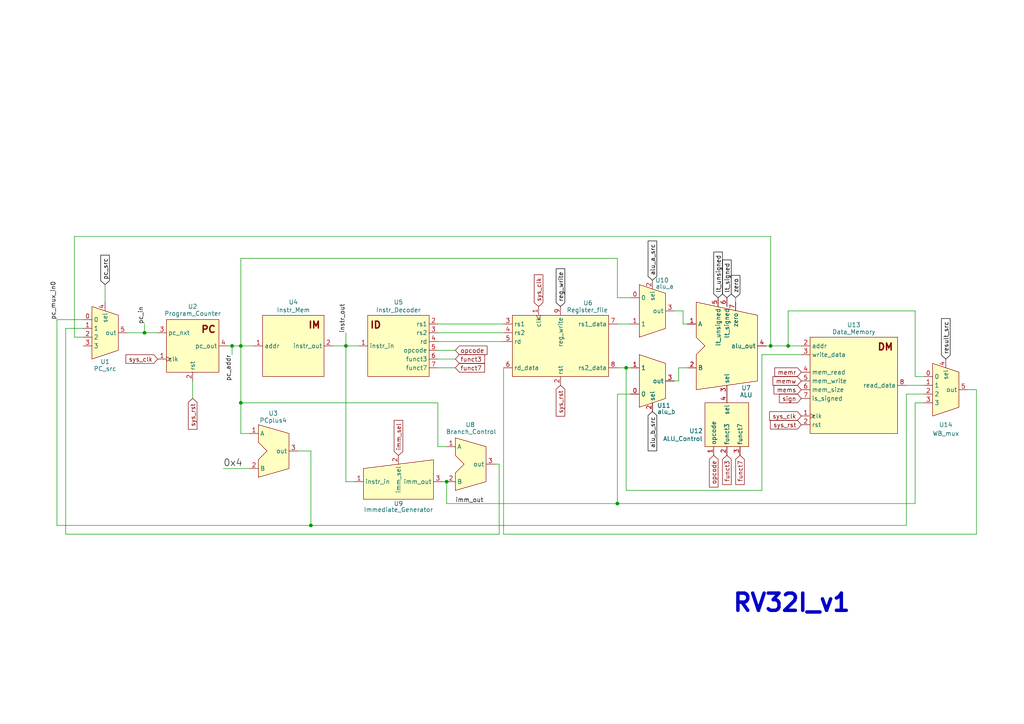
<source format=kicad_sch>
(kicad_sch (version 20250114) (generator "eeschema") (generator_version "9.0")
  (paper "A4")
  (lib_symbols
    (symbol "DIGITAL_BLOCKS:ALU_3f"
      (property "Reference" "U" (at 0 22.098 0))
      (symbol "ALU_3f_0_1"
        (polyline (pts (xy -8.89 6.35) (xy -8.89 12.7) (xy 8.89 8.89) (xy 8.89 -10.16) (xy -8.89 -12.7) (xy -8.89 -6.35) (xy -8.89 -2.54) (xy -6.35 0) (xy -8.89 2.54) (xy -8.89 6.35)) (fill (type color) (color 255 255 194 1)))
      )
      (symbol "ALU_3f_1_1"
        (pin input line (at -11.43 6.35 0) (length 2.54) (name "A") (number "1"))
        (pin input line (at -11.43 -6.35 0) (length 2.54) (name "B") (number "2"))
        (pin output line (at -2.54 13.97 270) (length 2.54) (name "lt_unsigned") (number "5"))
        (pin output line (at 0 13.97 270) (length 2.54) (name "lt_signed") (number "6"))
        (pin input line (at 0 -13.97 90) (length 2.54) (name "sel") (number "3"))
        (pin output line (at 2.54 12.7 270) (length 2.54) (name "zero") (number "7"))
        (pin output line (at 11.43 0 180) (length 2.54) (name "alu_out") (number "4"))
      )
    )
    (symbol "DIGITAL_BLOCKS:Adder"
      (property "Reference" "U" (at 0 9.398 0))
      (symbol "Adder_0_1"
        (polyline (pts (xy -5.08 2.54) (xy -5.08 7.62) (xy 3.81 5.08) (xy 3.81 -5.08) (xy -5.08 -7.62) (xy -5.08 -2.54) (xy -2.54 0) (xy -5.08 2.54)) (fill (type color) (color 255 255 194 1)))
      )
      (symbol "Adder_1_1"
        (pin input line (at -7.62 5.08 0) (length 2.54) (name "A") (number "1"))
        (pin input line (at -7.62 -5.08 0) (length 2.54) (name "B") (number "2"))
        (pin output line (at 6.35 0 180) (length 2.54) (name "out") (number "3"))
      )
    )
    (symbol "DIGITAL_BLOCKS:Instruction_Decoder"
      (property "Reference" "U" (at 0 10.668 0))
      (symbol "Instruction_Decoder_0_1"
        (rectangle (start -8.89 8.89) (end 8.89 -8.89) (fill (type color) (color 255 255 194 1)))
      )
      (symbol "Instruction_Decoder_1_1"
        (text "ID" (at -6.604 6.096 0) (effects (font (size 2 2) (thickness 0.4) (bold yes))))
        (pin input line (at -11.43 0 0) (length 2.54) (name "instr_in") (number "1"))
        (pin output line (at 11.43 6.35 180) (length 2.54) (name "rs1") (number "2"))
        (pin output line (at 11.43 3.81 180) (length 2.54) (name "rs2") (number "3"))
        (pin output line (at 11.43 1.27 180) (length 2.54) (name "rd") (number "4"))
        (pin output line (at 11.43 -1.27 180) (length 2.54) (name "opcode") (number "5"))
        (pin output line (at 11.43 -3.81 180) (length 2.54) (name "funct3") (number "6"))
        (pin output line (at 11.43 -6.35 180) (length 2.54) (name "funct7") (number "7"))
      )
    )
    (symbol "DIGITAL_BLOCKS:Instruction_Memory"
      (property "Reference" "U" (at 0 10.668 0))
      (symbol "Instruction_Memory_0_1"
        (rectangle (start -8.89 8.89) (end 8.89 -8.89) (fill (type color) (color 255 255 194 1)))
      )
      (symbol "Instruction_Memory_1_1"
        (text "IM" (at 6.096 6.096 0) (effects (font (size 2 2) (thickness 0.4) (bold yes))))
        (pin input line (at -11.43 0 0) (length 2.54) (name "addr") (number "1"))
        (pin output line (at 11.43 0 180) (length 2.54) (name "instr_out") (number "2"))
      )
    )
    (symbol "DIGITAL_BLOCKS:Mux21"
      (property "Reference" "U" (at -3.048 8.382 0))
      (symbol "Mux21_0_1"
        (polyline (pts (xy -3.81 -7.62) (xy -3.81 7.62) (xy 3.81 5.08) (xy 3.81 -5.08) (xy -3.81 -7.62)) (fill (type color) (color 255 255 194 1)))
      )
      (symbol "Mux21_1_1"
        (pin input line (at -6.35 3.81 0) (length 2.54) (name "0") (number "0"))
        (pin input line (at -6.35 -3.81 0) (length 2.54) (name "1") (number "1"))
        (pin input line (at 0 8.89 270) (length 2.54) (name "sel") (number "2"))
        (pin output line (at 6.35 0 180) (length 2.54) (name "out") (number "3"))
      )
    )
    (symbol "DIGITAL_BLOCKS:Mux41"
      (property "Reference" "U" (at 0 8.382 0))
      (symbol "Mux41_0_1"
        (polyline (pts (xy -3.81 -7.62) (xy -3.81 7.62) (xy 3.81 5.08) (xy 3.81 -5.08) (xy -3.81 -7.62)) (fill (type color) (color 255 255 194 1)))
      )
      (symbol "Mux41_1_1"
        (pin input line (at -6.35 3.81 0) (length 2.54) (name "0") (number "0"))
        (pin input line (at -6.35 1.27 0) (length 2.54) (name "1") (number "1"))
        (pin input line (at -6.35 -1.27 0) (length 2.54) (name "2") (number "2"))
        (pin input line (at -6.35 -3.81 0) (length 2.54) (name "3") (number "3"))
        (pin input line (at 0 8.89 270) (length 2.54) (name "sel") (number "4"))
        (pin output line (at 6.35 0 180) (length 2.54) (name "out") (number "5"))
      )
    )
    (symbol "DIGITAL_BLOCKS:Program_Counter"
      (property "Reference" "U" (at 0 9.652 0))
      (symbol "Program_Counter_0_1"
        (rectangle (start -7.62 7.62) (end 7.62 -7.62) (fill (type background)))
      )
      (symbol "Program_Counter_1_1"
        (text "PC" (at 4.572 4.826 0) (effects (font (size 2 2) (thickness 0.4) (bold yes))))
        (pin input line (at -10.16 3.81 0) (length 2.54) (name "pc_nxt") (number "3"))
        (pin input clock (at -10.16 -3.81 0) (length 2.54) (name "clk") (number "1"))
        (pin input line (at 0 -10.16 90) (length 2.54) (name "rst") (number "2"))
        (pin output line (at 10.16 0 180) (length 2.54) (name "pc_out") (number "4"))
      )
    )
    (symbol "DIGITAL_BLOCKS:Register_File"
      (property "Reference" "U" (at 10.922 10.668 0))
      (symbol "Register_File_0_1"
        (rectangle (start -13.97 8.89) (end 13.97 -8.89) (fill (type color) (color 255 255 194 1)))
      )
      (symbol "Register_File_1_1"
        (pin input line (at -16.51 6.35 0) (length 2.54) (name "rs1") (number "3"))
        (pin input line (at -16.51 3.81 0) (length 2.54) (name "rs2") (number "4"))
        (pin input line (at -16.51 1.27 0) (length 2.54) (name "rd") (number "5"))
        (pin input line (at -16.51 -6.35 0) (length 2.54) (name "rd_data") (number "6"))
        (pin input clock (at -6.35 11.43 270) (length 2.54) (name "clk") (number "1"))
        (pin input line (at 0 11.43 270) (length 2.54) (name "reg_write") (number "9"))
        (pin input line (at 0 -11.43 90) (length 2.54) (name "rst") (number "2"))
        (pin output line (at 16.51 6.35 180) (length 2.54) (name "rs1_data") (number "7"))
        (pin output line (at 16.51 -6.35 180) (length 2.54) (name "rs2_data") (number "8"))
      )
    )
    (symbol "DIGITAL_BLOCKS:alu_control"
      (property "Reference" "U" (at -5.842 7.874 0))
      (symbol "alu_control_0_1"
        (rectangle (start -6.35 6.35) (end 6.35 -6.35) (fill (type color) (color 255 255 194 1)))
      )
      (symbol "alu_control_1_1"
        (pin input line (at -3.81 -8.89 90) (length 2.54) (name "opcode") (number "1"))
        (pin output line (at 0 8.89 270) (length 2.54) (name "sel") (number "4"))
        (pin input line (at 0 -8.89 90) (length 2.54) (name "funct3") (number "2"))
        (pin input line (at 3.81 -8.89 90) (length 2.54) (name "funct7") (number "3"))
      )
    )
    (symbol "Data_Memory_1"
      (property "Reference" "U" (at 0 16.002 0))
      (symbol "Data_Memory_1_0_1"
        (rectangle (start -12.7 13.97) (end 12.7 -13.97) (fill (type color) (color 255 255 194 1)))
      )
      (symbol "Data_Memory_1_1_1"
        (text "DM" (at 9.144 11.176 0) (effects (font (size 2 2) (thickness 0.4) (bold yes))))
        (pin input line (at -15.24 11.43 0) (length 2.54) (name "addr") (number "2"))
        (pin input line (at -15.24 8.89 0) (length 2.54) (name "write_data") (number "3"))
        (pin input line (at -15.24 3.81 0) (length 2.54) (name "mem_read") (number "4"))
        (pin input line (at -15.24 1.27 0) (length 2.54) (name "mem_write") (number "5"))
        (pin input line (at -15.24 -1.27 0) (length 2.54) (name "mem_size") (number "6"))
        (pin input line (at -15.24 -3.81 0) (length 2.54) (name "is_signed") (number "7"))
        (pin input clock (at -15.24 -8.89 0) (length 2.54) (name "clk") (number "1"))
        (pin input line (at -15.24 -11.43 0) (length 2.54) (name "rst") (number "2"))
        (pin output line (at 15.24 0 180) (length 2.54) (name "read_data") (number "8"))
      )
    )
    (symbol "Immediate_Generator_1"
      (property "Reference" "U" (at -7.874 -6.604 0))
      (symbol "Immediate_Generator_1_0_1"
        (polyline (pts (xy -10.16 -5.08) (xy -10.16 3.81) (xy 10.16 6.35) (xy 10.16 -5.08) (xy -10.16 -5.08)) (fill (type color) (color 255 255 194 1)))
      )
      (symbol "Immediate_Generator_1_1_1"
        (pin input line (at -12.7 0 0) (length 2.54) (name "instr_in") (number "1"))
        (pin input line (at 0 7.62 270) (length 2.54) (name "imm_sel") (number "2"))
        (pin output line (at 12.7 0 180) (length 2.54) (name "imm_out") (number "3"))
      )
    )
  )
  (text "RV32I_v1" (at 229.616 175.006 0) (effects (font (size 5 5) (thickness 1) (bold yes))))
  (junction (at 179.07 146.05))
  (junction (at 129.54 139.7))
  (junction (at 90.17 152.4))
  (junction (at 41.91 96.52))
  (junction (at 228.6 100.33))
  (junction (at 67.31 100.33))
  (junction (at 69.85 100.33))
  (junction (at 69.85 116.84))
  (junction (at 181.61 106.68))
  (junction (at 100.33 100.33))
  (junction (at 223.52 100.33))
  (wire (pts (xy 127 93.98) (xy 146.05 93.98)))
  (wire (pts (xy 90.17 152.4) (xy 16.51 152.4)))
  (wire (pts (xy 69.85 100.33) (xy 69.85 74.93)))
  (wire (pts (xy 179.07 146.05) (xy 265.43 146.05)))
  (wire (pts (xy 146.05 154.94) (xy 146.05 106.68)))
  (wire (pts (xy 36.83 96.52) (xy 41.91 96.52)))
  (wire (pts (xy 86.36 130.81) (xy 90.17 130.81)))
  (wire (pts (xy 143.51 134.62) (xy 144.78 134.62)))
  (wire (pts (xy 127 129.54) (xy 127 116.84)))
  (wire (pts (xy 179.07 114.3) (xy 182.88 114.3)))
  (wire (pts (xy 144.78 134.62) (xy 144.78 154.94)))
  (wire (pts (xy 129.54 139.7) (xy 129.54 146.05)))
  (wire (pts (xy 179.07 74.93) (xy 179.07 86.36)))
  (wire (pts (xy 127 106.68) (xy 132.08 106.68)))
  (wire (pts (xy 16.51 92.71) (xy 24.13 92.71)))
  (wire (pts (xy 228.6 100.33) (xy 232.41 100.33)))
  (wire (pts (xy 69.85 74.93) (xy 179.07 74.93)))
  (wire (pts (xy 181.61 142.24) (xy 220.98 142.24)))
  (wire (pts (xy 195.58 110.49) (xy 196.85 110.49)))
  (wire (pts (xy 67.31 100.33) (xy 69.85 100.33)))
  (wire (pts (xy 283.21 113.03) (xy 283.21 154.94)))
  (wire (pts (xy 179.07 146.05) (xy 179.07 114.3)))
  (wire (pts (xy 198.12 90.17) (xy 198.12 93.98)))
  (wire (pts (xy 213.36 86.36) (xy 213.36 87.63)))
  (wire (pts (xy 69.85 116.84) (xy 69.85 125.73)))
  (wire (pts (xy 100.33 96.52) (xy 100.33 100.33)))
  (wire (pts (xy 228.6 90.17) (xy 265.43 90.17)))
  (wire (pts (xy 280.67 113.03) (xy 283.21 113.03)))
  (wire (pts (xy 195.58 90.17) (xy 198.12 90.17)))
  (wire (pts (xy 179.07 106.68) (xy 181.61 106.68)))
  (wire (pts (xy 262.89 111.76) (xy 267.97 111.76)))
  (wire (pts (xy 102.87 139.7) (xy 100.33 139.7)))
  (wire (pts (xy 100.33 139.7) (xy 100.33 100.33)))
  (wire (pts (xy 127 116.84) (xy 69.85 116.84)))
  (wire (pts (xy 69.85 125.73) (xy 72.39 125.73)))
  (wire (pts (xy 21.59 68.58) (xy 21.59 97.79)))
  (wire (pts (xy 262.89 152.4) (xy 262.89 114.3)))
  (wire (pts (xy 181.61 106.68) (xy 181.61 142.24)))
  (wire (pts (xy 90.17 130.81) (xy 90.17 152.4)))
  (wire (pts (xy 196.85 106.68) (xy 199.39 106.68)))
  (wire (pts (xy 196.85 110.49) (xy 196.85 106.68)))
  (wire (pts (xy 144.78 154.94) (xy 19.05 154.94)))
  (wire (pts (xy 262.89 114.3) (xy 267.97 114.3)))
  (wire (pts (xy 41.91 93.98) (xy 41.91 96.52)))
  (wire (pts (xy 127 129.54) (xy 129.54 129.54)))
  (wire (pts (xy 127 99.06) (xy 146.05 99.06)))
  (wire (pts (xy 19.05 95.25) (xy 19.05 154.94)))
  (wire (pts (xy 223.52 68.58) (xy 21.59 68.58)))
  (wire (pts (xy 228.6 100.33) (xy 228.6 90.17)))
  (wire (pts (xy 19.05 95.25) (xy 24.13 95.25)))
  (wire (pts (xy 16.51 152.4) (xy 16.51 92.71)))
  (wire (pts (xy 265.43 90.17) (xy 265.43 109.22)))
  (wire (pts (xy 67.31 100.33) (xy 67.31 102.87)))
  (wire (pts (xy 265.43 109.22) (xy 267.97 109.22)))
  (wire (pts (xy 90.17 152.4) (xy 262.89 152.4)))
  (wire (pts (xy 127 101.6) (xy 132.08 101.6)))
  (wire (pts (xy 64.77 135.89) (xy 72.39 135.89)))
  (wire (pts (xy 222.25 100.33) (xy 223.52 100.33)))
  (wire (pts (xy 220.98 102.87) (xy 232.41 102.87)))
  (wire (pts (xy 265.43 116.84) (xy 267.97 116.84)))
  (wire (pts (xy 220.98 142.24) (xy 220.98 102.87)))
  (wire (pts (xy 127 104.14) (xy 132.08 104.14)))
  (wire (pts (xy 129.54 139.7) (xy 128.27 139.7)))
  (wire (pts (xy 69.85 100.33) (xy 73.66 100.33)))
  (wire (pts (xy 181.61 106.68) (xy 182.88 106.68)))
  (wire (pts (xy 283.21 154.94) (xy 146.05 154.94)))
  (wire (pts (xy 223.52 100.33) (xy 228.6 100.33)))
  (wire (pts (xy 96.52 100.33) (xy 100.33 100.33)))
  (wire (pts (xy 223.52 100.33) (xy 223.52 68.58)))
  (wire (pts (xy 21.59 97.79) (xy 24.13 97.79)))
  (wire (pts (xy 55.88 115.57) (xy 55.88 110.49)))
  (wire (pts (xy 179.07 93.98) (xy 182.88 93.98)))
  (wire (pts (xy 179.07 86.36) (xy 182.88 86.36)))
  (wire (pts (xy 100.33 100.33) (xy 104.14 100.33)))
  (wire (pts (xy 41.91 96.52) (xy 45.72 96.52)))
  (wire (pts (xy 30.48 82.55) (xy 30.48 87.63)))
  (wire (pts (xy 69.85 100.33) (xy 69.85 116.84)))
  (wire (pts (xy 129.54 146.05) (xy 179.07 146.05)))
  (wire (pts (xy 127 96.52) (xy 146.05 96.52)))
  (wire (pts (xy 198.12 93.98) (xy 199.39 93.98)))
  (wire (pts (xy 265.43 146.05) (xy 265.43 116.84)))
  (wire (pts (xy 66.04 100.33) (xy 67.31 100.33)))
  (label "imm_out" (at 132.08 146.05 0))
  (label "pc_mux_in0" (at 16.51 92.71 90))
  (label "pc_addr" (at 67.31 102.87 270))
  (label "instr_out" (at 100.33 96.52 90))
  (label "0x4" (at 64.77 135.89 0) (effects (font (size 2 2))))
  (label "pc_in" (at 41.91 93.98 90))
  (global_label "opcode" (shape input) (at 132.08 101.6 0) (property "Intersheetrefs" "${INTERSHEET_REFS}" (effects (hide yes))))
  (global_label "result_src" (shape input) (at 274.32 104.14 90) (property "Intersheetrefs" "${INTERSHEET_REFS}" (effects (hide yes))))
  (global_label "sys_clk" (shape input) (at 156.21 88.9 90) (property "Intersheetrefs" "${INTERSHEET_REFS}" (effects (hide yes))))
  (global_label "lt_signed" (shape input) (at 210.82 86.36 90) (property "Intersheetrefs" "${INTERSHEET_REFS}" (effects (hide yes))))
  (global_label "sign" (shape input) (at 232.41 115.57 180) (property "Intersheetrefs" "${INTERSHEET_REFS}" (effects (hide yes))))
  (global_label "funct3" (shape input) (at 132.08 104.14 0) (property "Intersheetrefs" "${INTERSHEET_REFS}" (effects (hide yes))))
  (global_label "mems" (shape input) (at 232.41 113.03 180) (property "Intersheetrefs" "${INTERSHEET_REFS}" (effects (hide yes))))
  (global_label "reg_write" (shape input) (at 162.56 88.9 90) (property "Intersheetrefs" "${INTERSHEET_REFS}" (effects (hide yes))))
  (global_label "memw" (shape input) (at 232.41 110.49 180) (property "Intersheetrefs" "${INTERSHEET_REFS}" (effects (hide yes))))
  (global_label "funct7" (shape input) (at 214.63 132.08 270) (property "Intersheetrefs" "${INTERSHEET_REFS}" (effects (hide yes))))
  (global_label "memr" (shape input) (at 232.41 107.95 180) (property "Intersheetrefs" "${INTERSHEET_REFS}" (effects (hide yes))))
  (global_label "zero" (shape input) (at 213.36 86.36 90) (property "Intersheetrefs" "${INTERSHEET_REFS}" (effects (hide yes))))
  (global_label "alu_a_src" (shape input) (at 189.23 81.28 90) (property "Intersheetrefs" "${INTERSHEET_REFS}" (effects (hide yes))))
  (global_label "sys_rst" (shape input) (at 162.56 111.76 270) (property "Intersheetrefs" "${INTERSHEET_REFS}" (effects (hide yes))))
  (global_label "sys_clk" (shape input) (at 232.41 120.65 180) (property "Intersheetrefs" "${INTERSHEET_REFS}" (effects (hide yes))))
  (global_label "opcode" (shape input) (at 207.01 132.08 270) (property "Intersheetrefs" "${INTERSHEET_REFS}" (effects (hide yes))))
  (global_label "pc_src" (shape input) (at 30.48 82.55 90) (property "Intersheetrefs" "${INTERSHEET_REFS}" (effects (hide yes))))
  (global_label "alu_b_src" (shape input) (at 189.23 119.38 270) (property "Intersheetrefs" "${INTERSHEET_REFS}" (effects (hide yes))))
  (global_label "sys_rst" (shape input) (at 55.88 115.57 270) (property "Intersheetrefs" "${INTERSHEET_REFS}" (effects (hide yes))))
  (global_label "sys_clk" (shape input) (at 45.72 104.14 180) (property "Intersheetrefs" "${INTERSHEET_REFS}" (effects (hide yes))))
  (global_label "sys_rst" (shape input) (at 232.41 123.19 180) (property "Intersheetrefs" "${INTERSHEET_REFS}" (effects (hide yes))))
  (global_label "lt_unsigned" (shape input) (at 208.28 86.36 90) (property "Intersheetrefs" "${INTERSHEET_REFS}" (effects (hide yes))))
  (global_label "funct3" (shape input) (at 210.82 132.08 270) (property "Intersheetrefs" "${INTERSHEET_REFS}" (effects (hide yes))))
  (global_label "funct7" (shape input) (at 132.08 106.68 0) (property "Intersheetrefs" "${INTERSHEET_REFS}" (effects (hide yes))))
  (global_label "imm_sel" (shape input) (at 115.57 132.08 90) (property "Intersheetrefs" "${INTERSHEET_REFS}" (effects (hide yes))))
  (symbol (lib_id "DIGITAL_BLOCKS:ALU_3f") (at 210.82 100.33 0) (unit 1)
    (property "Reference" "U7" (at 216.408 112.522 0))
    (property "Value" "ALU" (at 216.408 114.554 0))
  )
  (symbol (lib_id "DIGITAL_BLOCKS:Mux21") (at 189.23 110.49 0) (mirror x) (unit 1)
    (property "Reference" "U11" (at 192.532 117.602 0))
    (property "Value" "alu_b" (at 193.294 119.38 0))
  )
  (symbol (lib_id "DIGITAL_BLOCKS:Instruction_Memory") (at 85.09 100.33 0) (unit 1)
    (property "Reference" "U4" (at 85.09 87.63 0))
    (property "Value" "Instr_Mem" (at 85.09 89.916 0))
  )
  (symbol (lib_id "DIGITAL_BLOCKS:Mux21") (at 189.23 90.17 0) (unit 1)
    (property "Reference" "U10" (at 192.024 81.28 0))
    (property "Value" "alu_a" (at 192.786 83.058 0))
  )
  (symbol (lib_name "Data_Memory_1") (lib_id "DIGITAL_BLOCKS:Data_Memory") (at 247.65 111.76 0) (unit 1)
    (property "Reference" "U13" (at 247.65 94.234 0))
    (property "Value" "Data_Memory" (at 247.65 96.266 0))
  )
  (symbol (lib_id "DIGITAL_BLOCKS:Adder") (at 80.01 130.81 0) (unit 1)
    (property "Reference" "U3" (at 79.248 119.888 0))
    (property "Value" "PCplus4" (at 79.248 121.92 0))
  )
  (symbol (lib_id "DIGITAL_BLOCKS:Adder") (at 137.16 134.62 0) (unit 1)
    (property "Reference" "U8" (at 136.398 123.19 0))
    (property "Value" "Branch_Control" (at 136.652 125.222 0))
  )
  (symbol (lib_id "DIGITAL_BLOCKS:Mux41") (at 274.32 113.03 0) (unit 1)
    (property "Reference" "U14" (at 274.32 123.19 0))
    (property "Value" "WB_mux" (at 274.32 125.73 0))
  )
  (symbol (lib_id "DIGITAL_BLOCKS:Program_Counter") (at 55.88 100.33 0) (unit 1)
    (property "Reference" "U2" (at 55.88 88.9 0))
    (property "Value" "Program_Counter" (at 55.88 90.932 0))
  )
  (symbol (lib_id "DIGITAL_BLOCKS:Instruction_Decoder") (at 115.57 100.33 0) (unit 1)
    (property "Reference" "U5" (at 115.57 87.63 0))
    (property "Value" "Instr_Decoder" (at 115.57 89.916 0))
  )
  (symbol (lib_name "Immediate_Generator_1") (lib_id "DIGITAL_BLOCKS:Immediate_Generator") (at 115.57 139.7 0) (unit 1)
    (property "Reference" "U9" (at 115.57 146.05 0))
    (property "Value" "Immediate_Generator" (at 115.57 147.828 0))
  )
  (symbol (lib_id "DIGITAL_BLOCKS:Mux41") (at 30.48 96.52 0) (unit 1)
    (property "Reference" "U1" (at 30.48 104.902 0))
    (property "Value" "PC_src" (at 30.48 106.934 0))
  )
  (symbol (lib_id "DIGITAL_BLOCKS:Register_File") (at 162.56 100.33 0) (unit 1)
    (property "Reference" "U6" (at 169.164 87.884 0) (effects (justify left)))
    (property "Value" "Register_file" (at 164.338 89.916 0) (effects (justify left)))
  )
  (symbol (lib_id "DIGITAL_BLOCKS:alu_control") (at 210.82 123.19 0) (unit 1)
    (property "Reference" "U12" (at 199.898 124.968 0) (effects (justify left)))
    (property "Value" "ALU_Control" (at 192.278 127.254 0) (effects (justify left)))
  )
)
</source>
